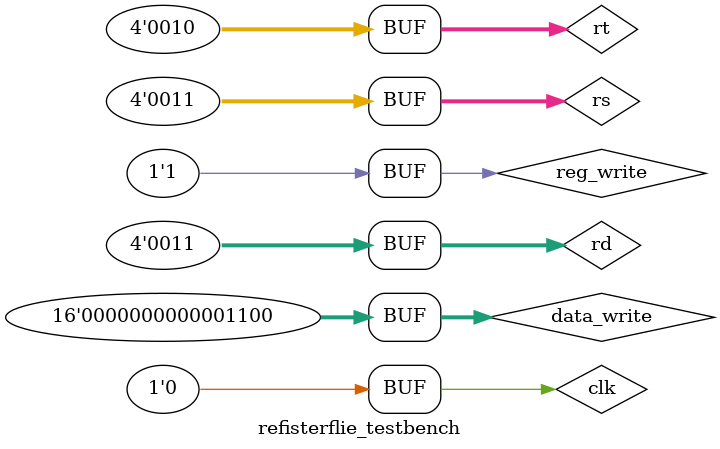
<source format=v>
`timescale 1ns / 1ps

module refisterflie_testbench;

	// Inputs
	reg clk;
	reg [3:0] rs;
	reg [3:0] rt;
	reg [3:0] rd;
	reg [15:0] data_write;
	reg reg_write;

	// Outputs
	wire [15:0] data_read_1;
	wire [15:0] data_read_2;

	// Instantiate the Unit Under Test (UUT)
	RegisterFile uut (
		.clk(clk), 
		.rs(rs), 
		.rt(rt), 
		.rd(rd), 
		.data_write(data_write), 
		.reg_write(reg_write), 
		.data_read_1(data_read_1), 
		.data_read_2(data_read_2)
	);

	initial begin
	
		clk = 0;
		
		#20 {clk, rs, rt, rd, data_write, reg_write} = {1'b1, 4'd1, 4'd2, 4'd3, 16'd12, 1'b0};
		#20 clk = 0;
		
		#20 {clk, reg_write, rs} = {1'b1, 1'b1, 4'd3};
		#20 clk = 0;

	end
      
endmodule


</source>
